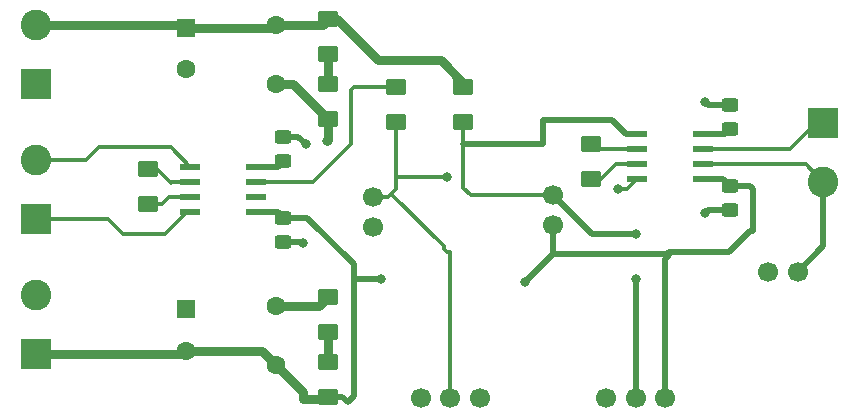
<source format=gbr>
%TF.GenerationSoftware,KiCad,Pcbnew,7.0.7-7.0.7~ubuntu22.04.1*%
%TF.CreationDate,2024-07-19T11:12:27-04:00*%
%TF.ProjectId,adjustable_instamp,61646a75-7374-4616-926c-655f696e7374,rev?*%
%TF.SameCoordinates,Original*%
%TF.FileFunction,Copper,L1,Top*%
%TF.FilePolarity,Positive*%
%FSLAX46Y46*%
G04 Gerber Fmt 4.6, Leading zero omitted, Abs format (unit mm)*
G04 Created by KiCad (PCBNEW 7.0.7-7.0.7~ubuntu22.04.1) date 2024-07-19 11:12:27*
%MOMM*%
%LPD*%
G01*
G04 APERTURE LIST*
G04 Aperture macros list*
%AMRoundRect*
0 Rectangle with rounded corners*
0 $1 Rounding radius*
0 $2 $3 $4 $5 $6 $7 $8 $9 X,Y pos of 4 corners*
0 Add a 4 corners polygon primitive as box body*
4,1,4,$2,$3,$4,$5,$6,$7,$8,$9,$2,$3,0*
0 Add four circle primitives for the rounded corners*
1,1,$1+$1,$2,$3*
1,1,$1+$1,$4,$5*
1,1,$1+$1,$6,$7*
1,1,$1+$1,$8,$9*
0 Add four rect primitives between the rounded corners*
20,1,$1+$1,$2,$3,$4,$5,0*
20,1,$1+$1,$4,$5,$6,$7,0*
20,1,$1+$1,$6,$7,$8,$9,0*
20,1,$1+$1,$8,$9,$2,$3,0*%
G04 Aperture macros list end*
%TA.AperFunction,SMDPad,CuDef*%
%ADD10R,1.750000X0.600000*%
%TD*%
%TA.AperFunction,ComponentPad*%
%ADD11C,1.700000*%
%TD*%
%TA.AperFunction,SMDPad,CuDef*%
%ADD12RoundRect,0.250001X-0.624999X0.462499X-0.624999X-0.462499X0.624999X-0.462499X0.624999X0.462499X0*%
%TD*%
%TA.AperFunction,ComponentPad*%
%ADD13R,2.600000X2.600000*%
%TD*%
%TA.AperFunction,ComponentPad*%
%ADD14C,2.600000*%
%TD*%
%TA.AperFunction,SMDPad,CuDef*%
%ADD15RoundRect,0.250001X0.624999X-0.462499X0.624999X0.462499X-0.624999X0.462499X-0.624999X-0.462499X0*%
%TD*%
%TA.AperFunction,SMDPad,CuDef*%
%ADD16RoundRect,0.250000X-0.450000X0.325000X-0.450000X-0.325000X0.450000X-0.325000X0.450000X0.325000X0*%
%TD*%
%TA.AperFunction,ComponentPad*%
%ADD17C,1.600000*%
%TD*%
%TA.AperFunction,ComponentPad*%
%ADD18R,1.600000X1.600000*%
%TD*%
%TA.AperFunction,ViaPad*%
%ADD19C,0.800000*%
%TD*%
%TA.AperFunction,Conductor*%
%ADD20C,0.500000*%
%TD*%
%TA.AperFunction,Conductor*%
%ADD21C,0.375000*%
%TD*%
%TA.AperFunction,Conductor*%
%ADD22C,0.750000*%
%TD*%
G04 APERTURE END LIST*
D10*
%TO.P,U2,1,-IN*%
%TO.N,/V-2*%
X170295000Y-81715000D03*
%TO.P,U2,2,RG*%
%TO.N,Net-(R4-Pad1)*%
X170295000Y-82985000D03*
%TO.P,U2,3,RG*%
%TO.N,Net-(R4-Pad2)*%
X170295000Y-84255000D03*
%TO.P,U2,4,+IN*%
%TO.N,/V+2*%
X170295000Y-85525000D03*
%TO.P,U2,5,-VS*%
%TO.N,/-Vs*%
X175895000Y-85525000D03*
%TO.P,U2,6,REF*%
%TO.N,/Vout_ref*%
X175895000Y-84255000D03*
%TO.P,U2,7,Vout*%
%TO.N,/Vout*%
X175895000Y-82985000D03*
%TO.P,U2,8,+VS*%
%TO.N,/+Vs*%
X175895000Y-81715000D03*
%TD*%
%TO.P,U1,8,+VS*%
%TO.N,/+Vs*%
X138055000Y-84455000D03*
%TO.P,U1,7,Vout*%
%TO.N,/Vo1*%
X138055000Y-85725000D03*
%TO.P,U1,6,REF*%
%TO.N,GND*%
X138055000Y-86995000D03*
%TO.P,U1,5,-VS*%
%TO.N,/-Vs*%
X138055000Y-88265000D03*
%TO.P,U1,4,+IN*%
%TO.N,/+In*%
X132455000Y-88265000D03*
%TO.P,U1,3,RG*%
%TO.N,Net-(R3-Pad2)*%
X132455000Y-86995000D03*
%TO.P,U1,2,RG*%
%TO.N,Net-(R3-Pad1)*%
X132455000Y-85725000D03*
%TO.P,U1,1,-IN*%
%TO.N,/-In*%
X132455000Y-84455000D03*
%TD*%
D11*
%TO.P,R8,1*%
%TO.N,unconnected-(R8-Pad1)*%
X167680000Y-104033000D03*
%TO.P,R8,2*%
%TO.N,/V-2*%
X170180000Y-104033000D03*
%TO.P,R8,3*%
%TO.N,/-Vs*%
X172680000Y-104033000D03*
%TD*%
D12*
%TO.P,R7,1*%
%TO.N,/+Vs*%
X155575000Y-77670000D03*
%TO.P,R7,2*%
%TO.N,/V-2*%
X155575000Y-80645000D03*
%TD*%
%TO.P,R6,2*%
%TO.N,/V+2*%
X149860000Y-80645000D03*
%TO.P,R6,1*%
%TO.N,/Vo1*%
X149860000Y-77670000D03*
%TD*%
D11*
%TO.P,R5,1*%
%TO.N,unconnected-(R5-Pad1)*%
X151955000Y-104013000D03*
%TO.P,R5,2*%
%TO.N,/V+2*%
X154455000Y-104013000D03*
%TO.P,R5,3*%
%TO.N,GND*%
X156955000Y-104013000D03*
%TD*%
D12*
%TO.P,R4,2*%
%TO.N,Net-(R4-Pad2)*%
X166370000Y-85525000D03*
%TO.P,R4,1*%
%TO.N,Net-(R4-Pad1)*%
X166370000Y-82550000D03*
%TD*%
%TO.P,R3,1*%
%TO.N,Net-(R3-Pad1)*%
X128905000Y-84655000D03*
%TO.P,R3,2*%
%TO.N,Net-(R3-Pad2)*%
X128905000Y-87630000D03*
%TD*%
%TO.P,R2,1*%
%TO.N,Net-(D2-K)*%
X144145000Y-100965000D03*
%TO.P,R2,2*%
%TO.N,/-Vs*%
X144145000Y-103940000D03*
%TD*%
%TO.P,R1,1*%
%TO.N,Net-(D1-K)*%
X144145000Y-77470000D03*
%TO.P,R1,2*%
%TO.N,GND*%
X144145000Y-80445000D03*
%TD*%
D11*
%TO.P,J7,1*%
%TO.N,/V-2*%
X163195000Y-86853000D03*
%TO.P,J7,2*%
%TO.N,/-Vs*%
X163195000Y-89393000D03*
%TD*%
%TO.P,J6,2*%
%TO.N,GND*%
X147955000Y-89535000D03*
%TO.P,J6,1*%
%TO.N,/V+2*%
X147955000Y-86995000D03*
%TD*%
%TO.P,J5,1*%
%TO.N,/Vout_ref*%
X183896000Y-93345000D03*
%TO.P,J5,2*%
%TO.N,GND*%
X181356000Y-93345000D03*
%TD*%
D13*
%TO.P,J4,1,Pin_1*%
%TO.N,/Vout*%
X186055000Y-80725000D03*
D14*
%TO.P,J4,2,Pin_2*%
%TO.N,/Vout_ref*%
X186055000Y-85725000D03*
%TD*%
D13*
%TO.P,J3,1,Pin_1*%
%TO.N,/-Vs*%
X119380000Y-100290000D03*
D14*
%TO.P,J3,2,Pin_2*%
%TO.N,GND*%
X119380000Y-95290000D03*
%TD*%
D13*
%TO.P,J2,1,Pin_1*%
%TO.N,/+In*%
X119380000Y-88900000D03*
D14*
%TO.P,J2,2,Pin_2*%
%TO.N,/-In*%
X119380000Y-83900000D03*
%TD*%
D13*
%TO.P,J1,1,Pin_1*%
%TO.N,GND*%
X119380000Y-77470000D03*
D14*
%TO.P,J1,2,Pin_2*%
%TO.N,/+Vs*%
X119380000Y-72470000D03*
%TD*%
D15*
%TO.P,D2,1,K*%
%TO.N,Net-(D2-K)*%
X144145000Y-98425000D03*
%TO.P,D2,2,A*%
%TO.N,GND*%
X144145000Y-95450000D03*
%TD*%
%TO.P,D1,1,K*%
%TO.N,Net-(D1-K)*%
X144145000Y-74930000D03*
%TO.P,D1,2,A*%
%TO.N,/+Vs*%
X144145000Y-71955000D03*
%TD*%
D16*
%TO.P,C8,1*%
%TO.N,GND*%
X178181000Y-79230000D03*
%TO.P,C8,2*%
%TO.N,/+Vs*%
X178181000Y-81280000D03*
%TD*%
%TO.P,C7,1*%
%TO.N,/-Vs*%
X178181000Y-86106000D03*
%TO.P,C7,2*%
%TO.N,GND*%
X178181000Y-88156000D03*
%TD*%
%TO.P,C6,1*%
%TO.N,/-Vs*%
X140335000Y-88755000D03*
%TO.P,C6,2*%
%TO.N,GND*%
X140335000Y-90805000D03*
%TD*%
%TO.P,C5,1*%
%TO.N,GND*%
X140335000Y-81915000D03*
%TO.P,C5,2*%
%TO.N,/+Vs*%
X140335000Y-83965000D03*
%TD*%
D17*
%TO.P,C4,1*%
%TO.N,GND*%
X139700000Y-96210000D03*
%TO.P,C4,2*%
%TO.N,/-Vs*%
X139700000Y-101210000D03*
%TD*%
%TO.P,C3,2*%
%TO.N,GND*%
X139700000Y-77430000D03*
%TO.P,C3,1*%
%TO.N,/+Vs*%
X139700000Y-72430000D03*
%TD*%
D18*
%TO.P,C2,1*%
%TO.N,GND*%
X132080000Y-96520000D03*
D17*
%TO.P,C2,2*%
%TO.N,/-Vs*%
X132080000Y-100020000D03*
%TD*%
D18*
%TO.P,C1,1*%
%TO.N,/+Vs*%
X132080000Y-72700000D03*
D17*
%TO.P,C1,2*%
%TO.N,GND*%
X132080000Y-76200000D03*
%TD*%
D19*
%TO.N,/V-2*%
X170180000Y-93980000D03*
X170180000Y-90170000D03*
%TO.N,/V+2*%
X168656000Y-86360000D03*
X154178000Y-85344000D03*
%TO.N,GND*%
X144018000Y-82296000D03*
X142240000Y-82550000D03*
X141986000Y-90932000D03*
X176022000Y-78994000D03*
X176022000Y-88392000D03*
%TO.N,/-Vs*%
X160782000Y-94234000D03*
X148590000Y-93980000D03*
%TD*%
D20*
%TO.N,/V-2*%
X170180000Y-104033000D02*
X170180000Y-93980000D01*
X170180000Y-90170000D02*
X166512000Y-90170000D01*
X166512000Y-90170000D02*
X163195000Y-86853000D01*
X162306000Y-80518000D02*
X162306000Y-82550000D01*
D21*
X155575000Y-82550000D02*
X155575000Y-86233000D01*
D20*
X162306000Y-82550000D02*
X155575000Y-82550000D01*
X169345000Y-81715000D02*
X168148000Y-80518000D01*
X170295000Y-81715000D02*
X169345000Y-81715000D01*
X168148000Y-80518000D02*
X162306000Y-80518000D01*
D21*
X155575000Y-80645000D02*
X155575000Y-82550000D01*
%TO.N,/V+2*%
X149860000Y-85344000D02*
X149860000Y-80645000D01*
X149860000Y-86360000D02*
X149860000Y-85344000D01*
X149860000Y-85344000D02*
X154178000Y-85344000D01*
X169460000Y-86360000D02*
X170295000Y-85525000D01*
X168656000Y-86360000D02*
X169460000Y-86360000D01*
D22*
%TO.N,GND*%
X144145000Y-82169000D02*
X144018000Y-82296000D01*
X144145000Y-80445000D02*
X144145000Y-82169000D01*
D20*
X141605000Y-81915000D02*
X142240000Y-82550000D01*
X140335000Y-81915000D02*
X141605000Y-81915000D01*
X141859000Y-90805000D02*
X141986000Y-90932000D01*
X140335000Y-90805000D02*
X141859000Y-90805000D01*
X176258000Y-79230000D02*
X176022000Y-78994000D01*
X178181000Y-79230000D02*
X176258000Y-79230000D01*
X176258000Y-88156000D02*
X176022000Y-88392000D01*
X178181000Y-88156000D02*
X176258000Y-88156000D01*
D21*
%TO.N,/Vout_ref*%
X175895000Y-84255000D02*
X184585000Y-84255000D01*
X184585000Y-84255000D02*
X186055000Y-85725000D01*
%TO.N,/Vout*%
X175895000Y-82985000D02*
X183207000Y-82985000D01*
X183207000Y-82985000D02*
X185467000Y-80725000D01*
X185467000Y-80725000D02*
X186055000Y-80725000D01*
D20*
%TO.N,/Vout_ref*%
X186055000Y-85725000D02*
X186055000Y-91186000D01*
X186055000Y-91186000D02*
X183896000Y-93345000D01*
%TO.N,/-Vs*%
X180086000Y-86360000D02*
X179832000Y-86106000D01*
X179832000Y-86106000D02*
X178181000Y-86106000D01*
X172974000Y-91694000D02*
X178054000Y-91694000D01*
X172847000Y-91821000D02*
X172974000Y-91694000D01*
X178054000Y-91694000D02*
X179832000Y-89916000D01*
X180086000Y-89916000D02*
X180086000Y-86360000D01*
X179832000Y-89916000D02*
X180086000Y-89916000D01*
X172847000Y-91821000D02*
X172974000Y-91948000D01*
X172974000Y-91948000D02*
X172680000Y-92242000D01*
X163195000Y-91821000D02*
X172847000Y-91821000D01*
X172680000Y-92242000D02*
X172680000Y-104033000D01*
X146304000Y-93980000D02*
X146304000Y-103886000D01*
X146304000Y-92710000D02*
X146304000Y-93980000D01*
X146304000Y-93980000D02*
X148590000Y-93980000D01*
X163195000Y-91821000D02*
X163195000Y-89393000D01*
X160782000Y-94234000D02*
X163195000Y-91821000D01*
X146304000Y-103886000D02*
X145796000Y-104394000D01*
X140335000Y-88755000D02*
X142349000Y-88755000D01*
X142349000Y-88755000D02*
X146304000Y-92710000D01*
X145796000Y-104394000D02*
X145342000Y-103940000D01*
X145342000Y-103940000D02*
X144145000Y-103940000D01*
D21*
%TO.N,Net-(R4-Pad2)*%
X166370000Y-85525000D02*
X167205000Y-85525000D01*
X167205000Y-85525000D02*
X168475000Y-84255000D01*
X168475000Y-84255000D02*
X170295000Y-84255000D01*
%TO.N,Net-(R4-Pad1)*%
X166370000Y-82550000D02*
X166805000Y-82985000D01*
X166805000Y-82985000D02*
X170295000Y-82985000D01*
%TO.N,/V+2*%
X154178000Y-91694000D02*
X154432000Y-91694000D01*
X149479000Y-86741000D02*
X149860000Y-86360000D01*
X149225000Y-86995000D02*
X149479000Y-86741000D01*
X149479000Y-86741000D02*
X153924000Y-91186000D01*
X153924000Y-91440000D02*
X154178000Y-91694000D01*
X153924000Y-91186000D02*
X153924000Y-91440000D01*
X154432000Y-91694000D02*
X154455000Y-91717000D01*
X154455000Y-91717000D02*
X154455000Y-104013000D01*
%TO.N,/V-2*%
X155575000Y-86233000D02*
X156195000Y-86853000D01*
X156195000Y-86853000D02*
X163195000Y-86853000D01*
%TO.N,/V+2*%
X147955000Y-86995000D02*
X149225000Y-86995000D01*
%TO.N,/Vo1*%
X146050000Y-77978000D02*
X146304000Y-77724000D01*
X146050000Y-82550000D02*
X146050000Y-77978000D01*
X138055000Y-85725000D02*
X142875000Y-85725000D01*
X142875000Y-85725000D02*
X146050000Y-82550000D01*
X146304000Y-77724000D02*
X149806000Y-77724000D01*
X149806000Y-77724000D02*
X149860000Y-77670000D01*
D20*
%TO.N,/+Vs*%
X175895000Y-81715000D02*
X177746000Y-81715000D01*
X177746000Y-81715000D02*
X178181000Y-81280000D01*
%TO.N,/-Vs*%
X175895000Y-85525000D02*
X177600000Y-85525000D01*
X177600000Y-85525000D02*
X178181000Y-86106000D01*
%TO.N,/+Vs*%
X138055000Y-84455000D02*
X139845000Y-84455000D01*
X139845000Y-84455000D02*
X140335000Y-83965000D01*
%TO.N,/-Vs*%
X138055000Y-88265000D02*
X139845000Y-88265000D01*
X139845000Y-88265000D02*
X140335000Y-88755000D01*
D22*
%TO.N,GND*%
X139700000Y-96210000D02*
X143385000Y-96210000D01*
X143385000Y-96210000D02*
X144145000Y-95450000D01*
%TO.N,Net-(D2-K)*%
X144145000Y-100965000D02*
X144145000Y-98425000D01*
%TO.N,/-Vs*%
X141986000Y-103496000D02*
X141986000Y-104140000D01*
X143945000Y-104140000D02*
X144145000Y-103940000D01*
X139700000Y-101210000D02*
X141986000Y-103496000D01*
X141986000Y-104140000D02*
X143945000Y-104140000D01*
X132080000Y-100020000D02*
X138510000Y-100020000D01*
X138510000Y-100020000D02*
X139700000Y-101210000D01*
X119380000Y-100290000D02*
X131810000Y-100290000D01*
X131810000Y-100290000D02*
X132080000Y-100020000D01*
%TO.N,GND*%
X139700000Y-77430000D02*
X141130000Y-77430000D01*
X141130000Y-77430000D02*
X144145000Y-80445000D01*
%TO.N,/+Vs*%
X144145000Y-71955000D02*
X144853000Y-71955000D01*
X144853000Y-71955000D02*
X148336000Y-75438000D01*
X148336000Y-75438000D02*
X153670000Y-75438000D01*
X153670000Y-75438000D02*
X155575000Y-77343000D01*
X155575000Y-77343000D02*
X155575000Y-77670000D01*
%TO.N,Net-(D1-K)*%
X144145000Y-74930000D02*
X144145000Y-77470000D01*
%TO.N,/+Vs*%
X139700000Y-72430000D02*
X143670000Y-72430000D01*
X143670000Y-72430000D02*
X144145000Y-71955000D01*
X132080000Y-72700000D02*
X139430000Y-72700000D01*
X139430000Y-72700000D02*
X139700000Y-72430000D01*
X119380000Y-72470000D02*
X131850000Y-72470000D01*
X131850000Y-72470000D02*
X132080000Y-72700000D01*
D21*
%TO.N,/-In*%
X119380000Y-83900000D02*
X123618000Y-83900000D01*
X123618000Y-83900000D02*
X124714000Y-82804000D01*
X124714000Y-82804000D02*
X130804000Y-82804000D01*
X130804000Y-82804000D02*
X132455000Y-84455000D01*
%TO.N,/+In*%
X119380000Y-88900000D02*
X125476000Y-88900000D01*
X125476000Y-88900000D02*
X126746000Y-90170000D01*
X130302000Y-90170000D02*
X132207000Y-88265000D01*
X126746000Y-90170000D02*
X130302000Y-90170000D01*
X132207000Y-88265000D02*
X132455000Y-88265000D01*
%TO.N,Net-(R3-Pad2)*%
X128905000Y-87630000D02*
X130048000Y-87630000D01*
X130048000Y-87630000D02*
X130683000Y-86995000D01*
X130683000Y-86995000D02*
X132455000Y-86995000D01*
%TO.N,Net-(R3-Pad1)*%
X129613000Y-84655000D02*
X130810000Y-85852000D01*
X128905000Y-84655000D02*
X129613000Y-84655000D01*
X130810000Y-85852000D02*
X130937000Y-85725000D01*
X130937000Y-85725000D02*
X132455000Y-85725000D01*
%TD*%
M02*

</source>
